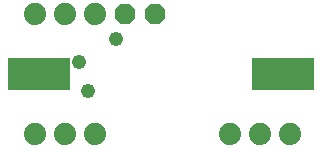
<source format=gbs>
G75*
%MOIN*%
%OFA0B0*%
%FSLAX25Y25*%
%IPPOS*%
%LPD*%
%AMOC8*
5,1,8,0,0,1.08239X$1,22.5*
%
%ADD10C,0.07400*%
%ADD11R,0.20800X0.10800*%
%ADD12OC8,0.06800*%
%ADD13C,0.04800*%
D10*
X0016800Y0016800D03*
X0026800Y0016800D03*
X0036800Y0016800D03*
X0081800Y0016800D03*
X0091800Y0016800D03*
X0101800Y0016800D03*
X0036800Y0056800D03*
X0026800Y0056800D03*
X0016800Y0056800D03*
D11*
X0018099Y0036800D03*
X0099595Y0036800D03*
D12*
X0056800Y0056800D03*
X0046800Y0056800D03*
D13*
X0043709Y0048631D03*
X0031406Y0040757D03*
X0034359Y0031406D03*
M02*

</source>
